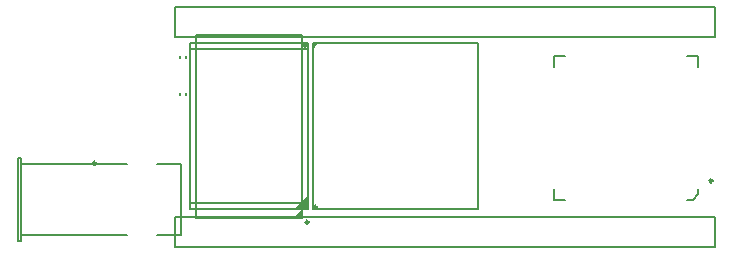
<source format=gto>
G04*
G04 #@! TF.GenerationSoftware,Altium Limited,Altium Designer,20.2.6 (244)*
G04*
G04 Layer_Color=16777215*
%FSLAX25Y25*%
%MOIN*%
G70*
G04*
G04 #@! TF.SameCoordinates,16F8584A-9F4C-4420-89FF-FEA793B533B6*
G04*
G04*
G04 #@! TF.FilePolarity,Positive*
G04*
G01*
G75*
%ADD10C,0.00984*%
%ADD11C,0.01000*%
%ADD12C,0.00787*%
%ADD13C,0.00500*%
G36*
X482346Y287446D02*
X484854Y289954D01*
Y287446D01*
X482346D01*
D02*
G37*
G36*
X482848Y290141D02*
X486785Y294078D01*
Y290141D01*
X482848D01*
D02*
G37*
G36*
X489964Y345259D02*
X488441Y343736D01*
Y345259D01*
X489964D01*
D02*
G37*
D10*
X621739Y299483D02*
G03*
X621739Y299483I-492J0D01*
G01*
X489836Y290732D02*
G03*
X489836Y290732I-492J0D01*
G01*
X487092Y285700D02*
G03*
X487092Y285700I-492J0D01*
G01*
X486374Y344669D02*
G03*
X486374Y344669I-492J0D01*
G01*
D11*
X416200Y305300D02*
G03*
X416200Y305300I-500J0D01*
G01*
D12*
X568884Y341216D02*
X572526D01*
X568884Y337574D02*
Y341216D01*
X613274D02*
X616916D01*
Y337574D02*
Y341216D01*
X568884Y293184D02*
X572526D01*
X568884D02*
Y296826D01*
X615095Y293184D02*
X616916Y295005D01*
X613274Y293184D02*
X615095D01*
X616916Y295005D02*
Y296826D01*
X446284Y340405D02*
Y340995D01*
X444316Y340405D02*
Y340995D01*
X446284Y328105D02*
Y328695D01*
X444316Y328105D02*
Y328695D01*
X442500Y357500D02*
X450000D01*
X442500Y347500D02*
Y357500D01*
Y347500D02*
X622500D01*
Y357500D01*
X450000D02*
X622500D01*
X442500Y287500D02*
X450000D01*
X442500Y277500D02*
Y287500D01*
Y277500D02*
X622500D01*
Y287500D01*
X450000D02*
X622500D01*
X482848Y290141D02*
X486785Y294078D01*
Y290141D02*
Y345259D01*
X447415Y290141D02*
Y345259D01*
Y290141D02*
X486785D01*
X447415Y345259D02*
X486785D01*
X449600Y348200D02*
X484848D01*
X449600Y287200D02*
X484848D01*
X449600D02*
Y348200D01*
X484848Y287200D02*
Y348200D01*
X447415Y292109D02*
X486785D01*
X447415Y343290D02*
X486785D01*
X488441Y343736D02*
X489964Y345259D01*
X488441Y290141D02*
Y345259D01*
X543559Y290141D02*
Y345259D01*
X488441D02*
X543559D01*
X488441Y290141D02*
X543559D01*
D13*
X436547Y281489D02*
X444421D01*
Y305111D01*
X436547D02*
X444421D01*
X390287Y307080D02*
X391272D01*
X390287Y279521D02*
X391272D01*
X390287D02*
Y307080D01*
X391272Y279521D02*
Y307080D01*
Y281489D02*
X426705D01*
X391272Y305111D02*
X426705D01*
M02*

</source>
